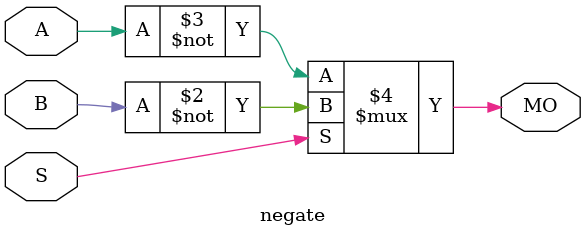
<source format=v>
module negate (A, B, S, MO);
   input A, B, S; 
   output MO; 
   
   assign MO = (S == 1) ? ~B : ~A; 
   
endmodule
</source>
